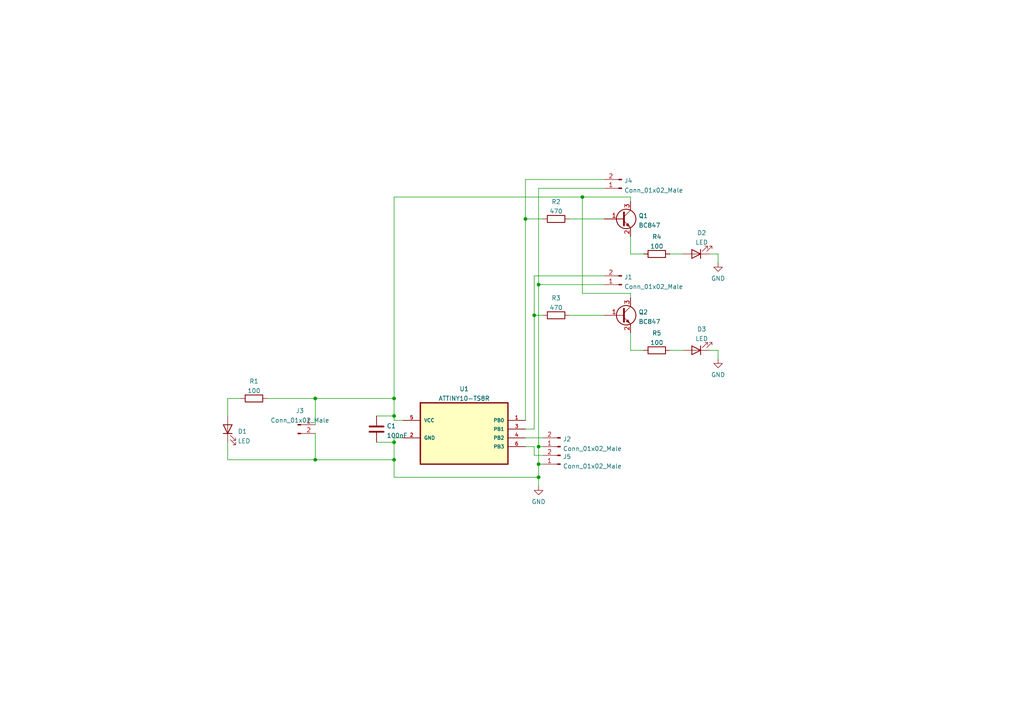
<source format=kicad_sch>
(kicad_sch (version 20211123) (generator eeschema)
  (paper "A4")
  (lib_symbols
    (symbol "Connector:Conn_01x02_Male" (pin_names (offset 1.016) hide)
      (property "Reference" "J" (at 0 2.54 0))
      (property "Value" "Conn_01x02_Male" (at 0 -5.08 0))
      (symbol "Conn_01x02_Male_1_1"
        (polyline (pts (xy 1.27 -2.54) (xy 0.8636 -2.54)) (stroke (width 0.1524)))
        (polyline (pts (xy 1.27 0) (xy 0.8636 0)) (stroke (width 0.1524)))
        (rectangle (start 0.8636 -2.413) (end 0 -2.667) (stroke (width 0.1524)) (fill (type outline)))
        (rectangle (start 0.8636 0.127) (end 0 -0.127) (stroke (width 0.1524)) (fill (type outline)))
        (pin passive line (at 5.08 0 180) (length 3.81) (name "Pin_1") (number "1"))
        (pin passive line (at 5.08 -2.54 180) (length 3.81) (name "Pin_2") (number "2"))
      )
    )
    (symbol "Device:C" (pin_numbers hide) (pin_names (offset 0.254))
      (property "Reference" "C" (at 0.635 2.54 0))
      (property "Value" "C" (at 0.635 -2.54 0))
      (symbol "C_0_1"
        (polyline (pts (xy -2.032 -0.762) (xy 2.032 -0.762)) (stroke (width 0.508)))
        (polyline (pts (xy -2.032 0.762) (xy 2.032 0.762)) (stroke (width 0.508)))
      )
      (symbol "C_1_1"
        (pin passive line (at 0 3.81 270) (length 2.794) (name "~") (number "1"))
        (pin passive line (at 0 -3.81 90) (length 2.794) (name "~") (number "2"))
      )
    )
    (symbol "Device:LED" (pin_numbers hide) (pin_names (offset 1.016) hide)
      (property "Reference" "D" (at 0 2.54 0))
      (property "Value" "LED" (at 0 -2.54 0))
      (symbol "LED_0_1"
        (polyline (pts (xy -1.27 -1.27) (xy -1.27 1.27)) (stroke (width 0.254)))
        (polyline (pts (xy -1.27 0) (xy 1.27 0)))
        (polyline (pts (xy 1.27 -1.27) (xy 1.27 1.27) (xy -1.27 0) (xy 1.27 -1.27)) (stroke (width 0.254)))
        (polyline (pts (xy -3.048 -0.762) (xy -4.572 -2.286) (xy -3.81 -2.286) (xy -4.572 -2.286) (xy -4.572 -1.524)))
        (polyline (pts (xy -1.778 -0.762) (xy -3.302 -2.286) (xy -2.54 -2.286) (xy -3.302 -2.286) (xy -3.302 -1.524)))
      )
      (symbol "LED_1_1"
        (pin passive line (at -3.81 0 0) (length 2.54) (name "K") (number "1"))
        (pin passive line (at 3.81 0 180) (length 2.54) (name "A") (number "2"))
      )
    )
    (symbol "Device:R" (pin_numbers hide) (pin_names (offset 0))
      (property "Reference" "R" (at 2.032 0 90))
      (property "Value" "R" (at 0 0 90))
      (symbol "R_0_1"
        (rectangle (start -1.016 -2.54) (end 1.016 2.54) (stroke (width 0.254)))
      )
      (symbol "R_1_1"
        (pin passive line (at 0 3.81 270) (length 1.27) (name "~") (number "1"))
        (pin passive line (at 0 -3.81 90) (length 1.27) (name "~") (number "2"))
      )
    )
    (symbol "Transistor_BJT:BC847" (pin_names (offset 0) hide)
      (property "Reference" "Q" (at 5.08 1.905 0))
      (property "Value" "BC847" (at 5.08 0 0))
      (symbol "BC847_0_1"
        (polyline (pts (xy 0.635 0.635) (xy 2.54 2.54)))
        (polyline (pts (xy 0.635 -0.635) (xy 2.54 -2.54) (xy 2.54 -2.54)))
        (polyline (pts (xy 0.635 1.905) (xy 0.635 -1.905) (xy 0.635 -1.905)) (stroke (width 0.508)))
        (polyline (pts (xy 1.27 -1.778) (xy 1.778 -1.27) (xy 2.286 -2.286) (xy 1.27 -1.778) (xy 1.27 -1.778)) (fill (type outline)))
        (circle (center 1.27 0) (radius 2.8194) (stroke (width 0.254)))
      )
      (symbol "BC847_1_1"
        (pin input line (at -5.08 0 0) (length 5.715) (name "B") (number "1"))
        (pin passive line (at 2.54 -5.08 90) (length 2.54) (name "E") (number "2"))
        (pin passive line (at 2.54 5.08 270) (length 2.54) (name "C") (number "3"))
      )
    )
    (symbol "hw_watchdog:ATTINY10-TS8R" (pin_names (offset 1.016))
      (property "Reference" "U" (at -5.8928 7.1882 0))
      (property "Value" "ATTINY10-TS8R" (at -3.8354 -17.1196 0))
      (symbol "ATTINY10-TS8R_0_0"
        (rectangle (start -12.7 -12.7) (end 12.7 5.08) (stroke (width 0.4064)) (fill (type background)))
        (pin bidirectional line (at 17.78 0 180) (length 5.08) (name "PB0") (number "1"))
        (pin passive line (at -17.78 -5.08 0) (length 5.08) (name "GND") (number "2"))
        (pin bidirectional line (at 17.78 -2.54 180) (length 5.08) (name "PB1") (number "3"))
        (pin bidirectional line (at 17.78 -5.08 180) (length 5.08) (name "PB2") (number "4"))
        (pin power_in line (at -17.78 0 0) (length 5.08) (name "VCC") (number "5"))
        (pin bidirectional line (at 17.78 -7.62 180) (length 5.08) (name "PB3") (number "6"))
      )
    )
    (symbol "power:GND" (power) (pin_names (offset 0))
      (property "Value" "GND" (at 0 -3.81 0))
      (symbol "GND_0_1"
        (polyline (pts (xy 0 0) (xy 0 -1.27) (xy 1.27 -1.27) (xy 0 -2.54) (xy -1.27 -1.27) (xy 0 -1.27)))
      )
      (symbol "GND_1_1"
        (pin power_in line (at 0 0 270) (length 0) hide (name "GND") (number "1"))
      )
    )
  )
  (junction (at 156.21 134.62))
  (junction (at 91.44 133.35))
  (junction (at 168.91 57.15))
  (junction (at 152.4 63.5))
  (junction (at 114.3 120.65))
  (junction (at 156.21 138.43))
  (junction (at 114.3 115.57))
  (junction (at 154.94 91.44))
  (junction (at 91.44 115.57))
  (junction (at 114.3 128.27))
  (junction (at 114.3 133.35))
  (junction (at 156.21 82.55))
  (junction (at 156.21 129.54))
  (wire (pts (xy 152.4 52.07) (xy 152.4 63.5)))
  (wire (pts (xy 165.1 63.5) (xy 175.26 63.5)))
  (wire (pts (xy 156.21 82.55) (xy 175.26 82.55)))
  (wire (pts (xy 66.04 128.27) (xy 66.04 133.35)))
  (wire (pts (xy 156.21 134.62) (xy 156.21 138.43)))
  (wire (pts (xy 182.88 57.15) (xy 182.88 58.42)))
  (wire (pts (xy 168.91 85.09) (xy 168.91 57.15)))
  (wire (pts (xy 154.94 80.01) (xy 154.94 91.44)))
  (wire (pts (xy 165.1 91.44) (xy 175.26 91.44)))
  (wire (pts (xy 194.31 101.6) (xy 198.12 101.6)))
  (wire (pts (xy 91.44 125.73) (xy 91.44 133.35)))
  (wire (pts (xy 168.91 57.15) (xy 182.88 57.15)))
  (wire (pts (xy 109.22 120.65) (xy 114.3 120.65)))
  (wire (pts (xy 182.88 101.6) (xy 186.69 101.6)))
  (wire (pts (xy 66.04 115.57) (xy 69.85 115.57)))
  (wire (pts (xy 154.94 80.01) (xy 175.26 80.01)))
  (wire (pts (xy 156.21 54.61) (xy 156.21 82.55)))
  (wire (pts (xy 156.21 54.61) (xy 175.26 54.61)))
  (wire (pts (xy 114.3 115.57) (xy 114.3 120.65)))
  (wire (pts (xy 154.94 91.44) (xy 157.48 91.44)))
  (wire (pts (xy 205.74 101.6) (xy 208.28 101.6)))
  (wire (pts (xy 66.04 133.35) (xy 91.44 133.35)))
  (wire (pts (xy 109.22 128.27) (xy 114.3 128.27)))
  (wire (pts (xy 182.88 85.09) (xy 168.91 85.09)))
  (wire (pts (xy 114.3 127) (xy 114.3 128.27)))
  (wire (pts (xy 205.74 73.66) (xy 208.28 73.66)))
  (wire (pts (xy 208.28 101.6) (xy 208.28 104.14)))
  (wire (pts (xy 152.4 63.5) (xy 157.48 63.5)))
  (wire (pts (xy 154.94 129.54) (xy 154.94 132.08)))
  (wire (pts (xy 114.3 127) (xy 116.84 127)))
  (wire (pts (xy 156.21 129.54) (xy 156.21 134.62)))
  (wire (pts (xy 154.94 124.46) (xy 152.4 124.46)))
  (wire (pts (xy 91.44 133.35) (xy 114.3 133.35)))
  (wire (pts (xy 114.3 120.65) (xy 114.3 121.92)))
  (wire (pts (xy 182.88 68.58) (xy 182.88 73.66)))
  (wire (pts (xy 152.4 63.5) (xy 152.4 121.92)))
  (wire (pts (xy 208.28 73.66) (xy 208.28 76.2)))
  (wire (pts (xy 66.04 120.65) (xy 66.04 115.57)))
  (wire (pts (xy 91.44 115.57) (xy 91.44 123.19)))
  (wire (pts (xy 114.3 138.43) (xy 156.21 138.43)))
  (wire (pts (xy 114.3 57.15) (xy 168.91 57.15)))
  (wire (pts (xy 152.4 127) (xy 157.48 127)))
  (wire (pts (xy 156.21 82.55) (xy 156.21 129.54)))
  (wire (pts (xy 182.88 86.36) (xy 182.88 85.09)))
  (wire (pts (xy 114.3 57.15) (xy 114.3 115.57)))
  (wire (pts (xy 156.21 138.43) (xy 156.21 140.97)))
  (wire (pts (xy 182.88 96.52) (xy 182.88 101.6)))
  (wire (pts (xy 156.21 129.54) (xy 157.48 129.54)))
  (wire (pts (xy 182.88 73.66) (xy 186.69 73.66)))
  (wire (pts (xy 91.44 115.57) (xy 114.3 115.57)))
  (wire (pts (xy 154.94 132.08) (xy 157.48 132.08)))
  (wire (pts (xy 114.3 128.27) (xy 114.3 133.35)))
  (wire (pts (xy 114.3 133.35) (xy 114.3 138.43)))
  (wire (pts (xy 194.31 73.66) (xy 198.12 73.66)))
  (wire (pts (xy 114.3 121.92) (xy 116.84 121.92)))
  (wire (pts (xy 77.47 115.57) (xy 91.44 115.57)))
  (wire (pts (xy 152.4 52.07) (xy 175.26 52.07)))
  (wire (pts (xy 152.4 129.54) (xy 154.94 129.54)))
  (wire (pts (xy 156.21 134.62) (xy 157.48 134.62)))
  (wire (pts (xy 154.94 91.44) (xy 154.94 124.46)))
  (symbol (lib_id "Device:LED") (at 66.04 124.46 90) (unit 1)
    (property "Reference" "D1" (at 68.961 125.139 90) (effects (justify right)))
    (property "Value" "LED" (at 68.961 127.9141 90) (effects (justify right)))
    (property "Footprint" "LED_SMD:LED_1206_3216Metric" (effects hide))
  )
  (symbol (lib_id "power:GND") (at 156.21 140.97 0) (unit 1)
    (property "Reference" "#PWR0101" (effects hide))
    (property "Value" "GND" (at 156.21 145.5325 0))
  )
  (symbol (lib_id "Device:R") (at 190.5 73.66 90) (unit 1)
    (property "Reference" "R4" (at 190.5 68.6775 90))
    (property "Value" "100" (at 190.5 71.4526 90))
    (property "Footprint" "Resistor_SMD:R_1206_3216Metric" (effects hide))
  )
  (symbol (lib_id "Connector:Conn_01x02_Male") (at 162.56 134.62 180) (unit 1)
    (property "Reference" "J5" (at 163.2712 132.4415 0) (effects (justify right)))
    (property "Value" "Conn_01x02_Male" (at 163.2712 135.2166 0) (effects (justify right)))
    (property "Footprint" "Connector_PinHeader_1.27mm:PinHeader_1x02_P1.27mm_Vertical" (effects hide))
  )
  (symbol (lib_id "Connector:Conn_01x02_Male") (at 86.36 123.19 0) (unit 1)
    (property "Reference" "J3" (at 86.995 119.1473 0))
    (property "Value" "Conn_01x02_Male" (at 86.995 121.9224 0))
    (property "Footprint" "Connector_PinHeader_1.27mm:PinHeader_1x02_P1.27mm_Vertical" (effects hide))
  )
  (symbol (lib_id "Transistor_BJT:BC847") (at 180.34 63.5 0) (unit 1)
    (property "Reference" "Q1" (at 185.1914 62.5915 0) (effects (justify left)))
    (property "Value" "BC847" (at 185.1914 65.3666 0) (effects (justify left)))
    (property "Footprint" "Package_TO_SOT_SMD:SOT-23" (effects hide))
    (property "Datasheet" "http://www.infineon.com/dgdl/Infineon-BC847SERIES_BC848SERIES_BC849SERIES_BC850SERIES-DS-v01_01-en.pdf?fileId=db3a304314dca389011541d4630a1657" (effects hide))
  )
  (symbol (lib_id "power:GND") (at 208.28 76.2 0) (unit 1)
    (property "Reference" "#PWR0102" (effects hide))
    (property "Value" "GND" (at 208.28 80.7625 0))
  )
  (symbol (lib_id "Connector:Conn_01x02_Male") (at 180.34 54.61 180) (unit 1)
    (property "Reference" "J4" (at 181.0512 52.4315 0) (effects (justify right)))
    (property "Value" "Conn_01x02_Male" (at 181.0512 55.2066 0) (effects (justify right)))
    (property "Footprint" "Connector_PinHeader_1.27mm:PinHeader_1x02_P1.27mm_Vertical" (effects hide))
  )
  (symbol (lib_id "Device:LED") (at 201.93 101.6 180) (unit 1)
    (property "Reference" "D3" (at 203.5175 95.4745 0))
    (property "Value" "LED" (at 203.5175 98.2496 0))
    (property "Footprint" "LED_SMD:LED_1206_3216Metric" (effects hide))
  )
  (symbol (lib_id "hw_watchdog:ATTINY10-TS8R") (at 134.62 121.92 0) (unit 1)
    (property "Reference" "U1" (at 134.62 112.7973 0))
    (property "Value" "ATTINY10-TS8R" (at 134.62 115.5724 0))
    (property "Footprint" "hw_watchdog:ATTiny10-TS8R" (effects hide))
    (property "PACKAGE" "SOT-23-6" (effects hide))
    (property "SUPPLIER" "Atmel" (effects hide))
    (property "OC_NEWARK" "26R5645" (effects hide))
    (property "OC_FARNELL" "1748538" (effects hide))
    (property "MPN" "ATTINY10-TS8R" (effects hide))
  )
  (symbol (lib_id "Device:LED") (at 201.93 73.66 180) (unit 1)
    (property "Reference" "D2" (at 203.5175 67.5345 0))
    (property "Value" "LED" (at 203.5175 70.3096 0))
    (property "Footprint" "LED_SMD:LED_1206_3216Metric" (effects hide))
  )
  (symbol (lib_id "Device:R") (at 73.66 115.57 90) (unit 1)
    (property "Reference" "R1" (at 73.66 110.5875 90))
    (property "Value" "100" (at 73.66 113.3626 90))
    (property "Footprint" "Resistor_SMD:R_1206_3216Metric" (effects hide))
  )
  (symbol (lib_id "power:GND") (at 208.28 104.14 0) (unit 1)
    (property "Reference" "#PWR0103" (effects hide))
    (property "Value" "GND" (at 208.28 108.7025 0))
  )
  (symbol (lib_id "Connector:Conn_01x02_Male") (at 162.56 129.54 180) (unit 1)
    (property "Reference" "J2" (at 163.2712 127.3615 0) (effects (justify right)))
    (property "Value" "Conn_01x02_Male" (at 163.2712 130.1366 0) (effects (justify right)))
    (property "Footprint" "Connector_PinHeader_1.27mm:PinHeader_1x02_P1.27mm_Vertical" (effects hide))
  )
  (symbol (lib_id "Device:C") (at 109.22 124.46 0) (unit 1)
    (property "Reference" "C1" (at 112.141 123.5515 0) (effects (justify left)))
    (property "Value" "100nF" (at 112.141 126.3266 0) (effects (justify left)))
    (property "Footprint" "Diode_SMD:D_1206_3216Metric" (effects hide))
  )
  (symbol (lib_id "Device:R") (at 161.29 91.44 90) (unit 1)
    (property "Reference" "R3" (at 161.29 86.4575 90))
    (property "Value" "470" (at 161.29 89.2326 90))
    (property "Footprint" "Resistor_SMD:R_1206_3216Metric" (effects hide))
  )
  (symbol (lib_id "Device:R") (at 161.29 63.5 90) (unit 1)
    (property "Reference" "R2" (at 161.29 58.5175 90))
    (property "Value" "470" (at 161.29 61.2926 90))
    (property "Footprint" "Resistor_SMD:R_1206_3216Metric" (effects hide))
  )
  (symbol (lib_id "Device:R") (at 190.5 101.6 90) (unit 1)
    (property "Reference" "R5" (at 190.5 96.6175 90))
    (property "Value" "100" (at 190.5 99.3926 90))
    (property "Footprint" "Resistor_SMD:R_1206_3216Metric" (effects hide))
  )
  (symbol (lib_id "Transistor_BJT:BC847") (at 180.34 91.44 0) (unit 1)
    (property "Reference" "Q2" (at 185.1914 90.5315 0) (effects (justify left)))
    (property "Value" "BC847" (at 185.1914 93.3066 0) (effects (justify left)))
    (property "Footprint" "Package_TO_SOT_SMD:SOT-23" (effects hide))
    (property "Datasheet" "http://www.infineon.com/dgdl/Infineon-BC847SERIES_BC848SERIES_BC849SERIES_BC850SERIES-DS-v01_01-en.pdf?fileId=db3a304314dca389011541d4630a1657" (effects hide))
  )
  (symbol (lib_id "Connector:Conn_01x02_Male") (at 180.34 82.55 180) (unit 1)
    (property "Reference" "J1" (at 181.0512 80.3715 0) (effects (justify right)))
    (property "Value" "Conn_01x02_Male" (at 181.0512 83.1466 0) (effects (justify right)))
    (property "Footprint" "Connector_PinHeader_1.27mm:PinHeader_1x02_P1.27mm_Vertical" (effects hide))
  )
)
</source>
